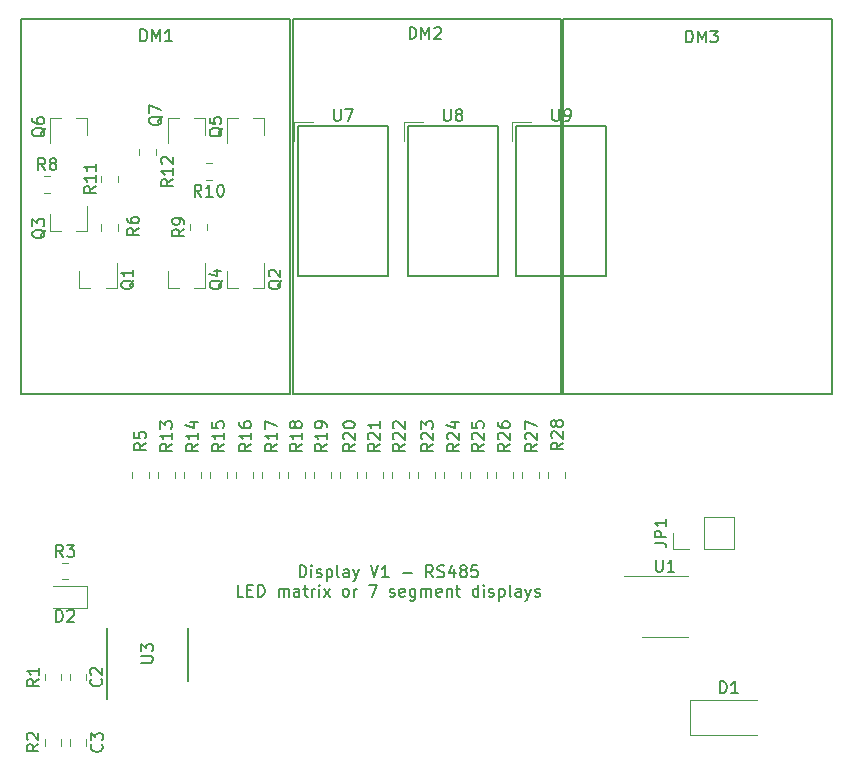
<source format=gbr>
G04 #@! TF.GenerationSoftware,KiCad,Pcbnew,(5.1.4)-1*
G04 #@! TF.CreationDate,2020-06-16T20:45:49+02:00*
G04 #@! TF.ProjectId,8x5matrixDisplay,3878356d-6174-4726-9978-446973706c61,rev?*
G04 #@! TF.SameCoordinates,Original*
G04 #@! TF.FileFunction,Legend,Top*
G04 #@! TF.FilePolarity,Positive*
%FSLAX46Y46*%
G04 Gerber Fmt 4.6, Leading zero omitted, Abs format (unit mm)*
G04 Created by KiCad (PCBNEW (5.1.4)-1) date 2020-06-16 20:45:49*
%MOMM*%
%LPD*%
G04 APERTURE LIST*
%ADD10C,0.150000*%
%ADD11C,0.120000*%
G04 APERTURE END LIST*
D10*
X150176190Y-100527380D02*
X150176190Y-99527380D01*
X150414285Y-99527380D01*
X150557142Y-99575000D01*
X150652380Y-99670238D01*
X150700000Y-99765476D01*
X150747619Y-99955952D01*
X150747619Y-100098809D01*
X150700000Y-100289285D01*
X150652380Y-100384523D01*
X150557142Y-100479761D01*
X150414285Y-100527380D01*
X150176190Y-100527380D01*
X151176190Y-100527380D02*
X151176190Y-99860714D01*
X151176190Y-99527380D02*
X151128571Y-99575000D01*
X151176190Y-99622619D01*
X151223809Y-99575000D01*
X151176190Y-99527380D01*
X151176190Y-99622619D01*
X151604761Y-100479761D02*
X151700000Y-100527380D01*
X151890476Y-100527380D01*
X151985714Y-100479761D01*
X152033333Y-100384523D01*
X152033333Y-100336904D01*
X151985714Y-100241666D01*
X151890476Y-100194047D01*
X151747619Y-100194047D01*
X151652380Y-100146428D01*
X151604761Y-100051190D01*
X151604761Y-100003571D01*
X151652380Y-99908333D01*
X151747619Y-99860714D01*
X151890476Y-99860714D01*
X151985714Y-99908333D01*
X152461904Y-99860714D02*
X152461904Y-100860714D01*
X152461904Y-99908333D02*
X152557142Y-99860714D01*
X152747619Y-99860714D01*
X152842857Y-99908333D01*
X152890476Y-99955952D01*
X152938095Y-100051190D01*
X152938095Y-100336904D01*
X152890476Y-100432142D01*
X152842857Y-100479761D01*
X152747619Y-100527380D01*
X152557142Y-100527380D01*
X152461904Y-100479761D01*
X153509523Y-100527380D02*
X153414285Y-100479761D01*
X153366666Y-100384523D01*
X153366666Y-99527380D01*
X154319047Y-100527380D02*
X154319047Y-100003571D01*
X154271428Y-99908333D01*
X154176190Y-99860714D01*
X153985714Y-99860714D01*
X153890476Y-99908333D01*
X154319047Y-100479761D02*
X154223809Y-100527380D01*
X153985714Y-100527380D01*
X153890476Y-100479761D01*
X153842857Y-100384523D01*
X153842857Y-100289285D01*
X153890476Y-100194047D01*
X153985714Y-100146428D01*
X154223809Y-100146428D01*
X154319047Y-100098809D01*
X154700000Y-99860714D02*
X154938095Y-100527380D01*
X155176190Y-99860714D02*
X154938095Y-100527380D01*
X154842857Y-100765476D01*
X154795238Y-100813095D01*
X154700000Y-100860714D01*
X156176190Y-99527380D02*
X156509523Y-100527380D01*
X156842857Y-99527380D01*
X157700000Y-100527380D02*
X157128571Y-100527380D01*
X157414285Y-100527380D02*
X157414285Y-99527380D01*
X157319047Y-99670238D01*
X157223809Y-99765476D01*
X157128571Y-99813095D01*
X158890476Y-100146428D02*
X159652380Y-100146428D01*
X161461904Y-100527380D02*
X161128571Y-100051190D01*
X160890476Y-100527380D02*
X160890476Y-99527380D01*
X161271428Y-99527380D01*
X161366666Y-99575000D01*
X161414285Y-99622619D01*
X161461904Y-99717857D01*
X161461904Y-99860714D01*
X161414285Y-99955952D01*
X161366666Y-100003571D01*
X161271428Y-100051190D01*
X160890476Y-100051190D01*
X161842857Y-100479761D02*
X161985714Y-100527380D01*
X162223809Y-100527380D01*
X162319047Y-100479761D01*
X162366666Y-100432142D01*
X162414285Y-100336904D01*
X162414285Y-100241666D01*
X162366666Y-100146428D01*
X162319047Y-100098809D01*
X162223809Y-100051190D01*
X162033333Y-100003571D01*
X161938095Y-99955952D01*
X161890476Y-99908333D01*
X161842857Y-99813095D01*
X161842857Y-99717857D01*
X161890476Y-99622619D01*
X161938095Y-99575000D01*
X162033333Y-99527380D01*
X162271428Y-99527380D01*
X162414285Y-99575000D01*
X163271428Y-99860714D02*
X163271428Y-100527380D01*
X163033333Y-99479761D02*
X162795238Y-100194047D01*
X163414285Y-100194047D01*
X163938095Y-99955952D02*
X163842857Y-99908333D01*
X163795238Y-99860714D01*
X163747619Y-99765476D01*
X163747619Y-99717857D01*
X163795238Y-99622619D01*
X163842857Y-99575000D01*
X163938095Y-99527380D01*
X164128571Y-99527380D01*
X164223809Y-99575000D01*
X164271428Y-99622619D01*
X164319047Y-99717857D01*
X164319047Y-99765476D01*
X164271428Y-99860714D01*
X164223809Y-99908333D01*
X164128571Y-99955952D01*
X163938095Y-99955952D01*
X163842857Y-100003571D01*
X163795238Y-100051190D01*
X163747619Y-100146428D01*
X163747619Y-100336904D01*
X163795238Y-100432142D01*
X163842857Y-100479761D01*
X163938095Y-100527380D01*
X164128571Y-100527380D01*
X164223809Y-100479761D01*
X164271428Y-100432142D01*
X164319047Y-100336904D01*
X164319047Y-100146428D01*
X164271428Y-100051190D01*
X164223809Y-100003571D01*
X164128571Y-99955952D01*
X165223809Y-99527380D02*
X164747619Y-99527380D01*
X164699999Y-100003571D01*
X164747619Y-99955952D01*
X164842857Y-99908333D01*
X165080952Y-99908333D01*
X165176190Y-99955952D01*
X165223809Y-100003571D01*
X165271428Y-100098809D01*
X165271428Y-100336904D01*
X165223809Y-100432142D01*
X165176190Y-100479761D01*
X165080952Y-100527380D01*
X164842857Y-100527380D01*
X164747619Y-100479761D01*
X164699999Y-100432142D01*
X145390476Y-102177380D02*
X144914285Y-102177380D01*
X144914285Y-101177380D01*
X145723809Y-101653571D02*
X146057142Y-101653571D01*
X146200000Y-102177380D02*
X145723809Y-102177380D01*
X145723809Y-101177380D01*
X146200000Y-101177380D01*
X146628571Y-102177380D02*
X146628571Y-101177380D01*
X146866666Y-101177380D01*
X147009523Y-101225000D01*
X147104761Y-101320238D01*
X147152380Y-101415476D01*
X147200000Y-101605952D01*
X147200000Y-101748809D01*
X147152380Y-101939285D01*
X147104761Y-102034523D01*
X147009523Y-102129761D01*
X146866666Y-102177380D01*
X146628571Y-102177380D01*
X148390476Y-102177380D02*
X148390476Y-101510714D01*
X148390476Y-101605952D02*
X148438095Y-101558333D01*
X148533333Y-101510714D01*
X148676190Y-101510714D01*
X148771428Y-101558333D01*
X148819047Y-101653571D01*
X148819047Y-102177380D01*
X148819047Y-101653571D02*
X148866666Y-101558333D01*
X148961904Y-101510714D01*
X149104761Y-101510714D01*
X149200000Y-101558333D01*
X149247619Y-101653571D01*
X149247619Y-102177380D01*
X150152380Y-102177380D02*
X150152380Y-101653571D01*
X150104761Y-101558333D01*
X150009523Y-101510714D01*
X149819047Y-101510714D01*
X149723809Y-101558333D01*
X150152380Y-102129761D02*
X150057142Y-102177380D01*
X149819047Y-102177380D01*
X149723809Y-102129761D01*
X149676190Y-102034523D01*
X149676190Y-101939285D01*
X149723809Y-101844047D01*
X149819047Y-101796428D01*
X150057142Y-101796428D01*
X150152380Y-101748809D01*
X150485714Y-101510714D02*
X150866666Y-101510714D01*
X150628571Y-101177380D02*
X150628571Y-102034523D01*
X150676190Y-102129761D01*
X150771428Y-102177380D01*
X150866666Y-102177380D01*
X151200000Y-102177380D02*
X151200000Y-101510714D01*
X151200000Y-101701190D02*
X151247619Y-101605952D01*
X151295238Y-101558333D01*
X151390476Y-101510714D01*
X151485714Y-101510714D01*
X151819047Y-102177380D02*
X151819047Y-101510714D01*
X151819047Y-101177380D02*
X151771428Y-101225000D01*
X151819047Y-101272619D01*
X151866666Y-101225000D01*
X151819047Y-101177380D01*
X151819047Y-101272619D01*
X152200000Y-102177380D02*
X152723809Y-101510714D01*
X152200000Y-101510714D02*
X152723809Y-102177380D01*
X154009523Y-102177380D02*
X153914285Y-102129761D01*
X153866666Y-102082142D01*
X153819047Y-101986904D01*
X153819047Y-101701190D01*
X153866666Y-101605952D01*
X153914285Y-101558333D01*
X154009523Y-101510714D01*
X154152380Y-101510714D01*
X154247619Y-101558333D01*
X154295238Y-101605952D01*
X154342857Y-101701190D01*
X154342857Y-101986904D01*
X154295238Y-102082142D01*
X154247619Y-102129761D01*
X154152380Y-102177380D01*
X154009523Y-102177380D01*
X154771428Y-102177380D02*
X154771428Y-101510714D01*
X154771428Y-101701190D02*
X154819047Y-101605952D01*
X154866666Y-101558333D01*
X154961904Y-101510714D01*
X155057142Y-101510714D01*
X156057142Y-101177380D02*
X156723809Y-101177380D01*
X156295238Y-102177380D01*
X157819047Y-102129761D02*
X157914285Y-102177380D01*
X158104761Y-102177380D01*
X158200000Y-102129761D01*
X158247619Y-102034523D01*
X158247619Y-101986904D01*
X158200000Y-101891666D01*
X158104761Y-101844047D01*
X157961904Y-101844047D01*
X157866666Y-101796428D01*
X157819047Y-101701190D01*
X157819047Y-101653571D01*
X157866666Y-101558333D01*
X157961904Y-101510714D01*
X158104761Y-101510714D01*
X158200000Y-101558333D01*
X159057142Y-102129761D02*
X158961904Y-102177380D01*
X158771428Y-102177380D01*
X158676190Y-102129761D01*
X158628571Y-102034523D01*
X158628571Y-101653571D01*
X158676190Y-101558333D01*
X158771428Y-101510714D01*
X158961904Y-101510714D01*
X159057142Y-101558333D01*
X159104761Y-101653571D01*
X159104761Y-101748809D01*
X158628571Y-101844047D01*
X159961904Y-101510714D02*
X159961904Y-102320238D01*
X159914285Y-102415476D01*
X159866666Y-102463095D01*
X159771428Y-102510714D01*
X159628571Y-102510714D01*
X159533333Y-102463095D01*
X159961904Y-102129761D02*
X159866666Y-102177380D01*
X159676190Y-102177380D01*
X159580952Y-102129761D01*
X159533333Y-102082142D01*
X159485714Y-101986904D01*
X159485714Y-101701190D01*
X159533333Y-101605952D01*
X159580952Y-101558333D01*
X159676190Y-101510714D01*
X159866666Y-101510714D01*
X159961904Y-101558333D01*
X160438095Y-102177380D02*
X160438095Y-101510714D01*
X160438095Y-101605952D02*
X160485714Y-101558333D01*
X160580952Y-101510714D01*
X160723809Y-101510714D01*
X160819047Y-101558333D01*
X160866666Y-101653571D01*
X160866666Y-102177380D01*
X160866666Y-101653571D02*
X160914285Y-101558333D01*
X161009523Y-101510714D01*
X161152380Y-101510714D01*
X161247619Y-101558333D01*
X161295238Y-101653571D01*
X161295238Y-102177380D01*
X162152380Y-102129761D02*
X162057142Y-102177380D01*
X161866666Y-102177380D01*
X161771428Y-102129761D01*
X161723809Y-102034523D01*
X161723809Y-101653571D01*
X161771428Y-101558333D01*
X161866666Y-101510714D01*
X162057142Y-101510714D01*
X162152380Y-101558333D01*
X162200000Y-101653571D01*
X162200000Y-101748809D01*
X161723809Y-101844047D01*
X162628571Y-101510714D02*
X162628571Y-102177380D01*
X162628571Y-101605952D02*
X162676190Y-101558333D01*
X162771428Y-101510714D01*
X162914285Y-101510714D01*
X163009523Y-101558333D01*
X163057142Y-101653571D01*
X163057142Y-102177380D01*
X163390476Y-101510714D02*
X163771428Y-101510714D01*
X163533333Y-101177380D02*
X163533333Y-102034523D01*
X163580952Y-102129761D01*
X163676190Y-102177380D01*
X163771428Y-102177380D01*
X165295238Y-102177380D02*
X165295238Y-101177380D01*
X165295238Y-102129761D02*
X165200000Y-102177380D01*
X165009523Y-102177380D01*
X164914285Y-102129761D01*
X164866666Y-102082142D01*
X164819047Y-101986904D01*
X164819047Y-101701190D01*
X164866666Y-101605952D01*
X164914285Y-101558333D01*
X165009523Y-101510714D01*
X165200000Y-101510714D01*
X165295238Y-101558333D01*
X165771428Y-102177380D02*
X165771428Y-101510714D01*
X165771428Y-101177380D02*
X165723809Y-101225000D01*
X165771428Y-101272619D01*
X165819047Y-101225000D01*
X165771428Y-101177380D01*
X165771428Y-101272619D01*
X166200000Y-102129761D02*
X166295238Y-102177380D01*
X166485714Y-102177380D01*
X166580952Y-102129761D01*
X166628571Y-102034523D01*
X166628571Y-101986904D01*
X166580952Y-101891666D01*
X166485714Y-101844047D01*
X166342857Y-101844047D01*
X166247619Y-101796428D01*
X166200000Y-101701190D01*
X166200000Y-101653571D01*
X166247619Y-101558333D01*
X166342857Y-101510714D01*
X166485714Y-101510714D01*
X166580952Y-101558333D01*
X167057142Y-101510714D02*
X167057142Y-102510714D01*
X167057142Y-101558333D02*
X167152380Y-101510714D01*
X167342857Y-101510714D01*
X167438095Y-101558333D01*
X167485714Y-101605952D01*
X167533333Y-101701190D01*
X167533333Y-101986904D01*
X167485714Y-102082142D01*
X167438095Y-102129761D01*
X167342857Y-102177380D01*
X167152380Y-102177380D01*
X167057142Y-102129761D01*
X168104761Y-102177380D02*
X168009523Y-102129761D01*
X167961904Y-102034523D01*
X167961904Y-101177380D01*
X168914285Y-102177380D02*
X168914285Y-101653571D01*
X168866666Y-101558333D01*
X168771428Y-101510714D01*
X168580952Y-101510714D01*
X168485714Y-101558333D01*
X168914285Y-102129761D02*
X168819047Y-102177380D01*
X168580952Y-102177380D01*
X168485714Y-102129761D01*
X168438095Y-102034523D01*
X168438095Y-101939285D01*
X168485714Y-101844047D01*
X168580952Y-101796428D01*
X168819047Y-101796428D01*
X168914285Y-101748809D01*
X169295238Y-101510714D02*
X169533333Y-102177380D01*
X169771428Y-101510714D02*
X169533333Y-102177380D01*
X169438095Y-102415476D01*
X169390476Y-102463095D01*
X169295238Y-102510714D01*
X170104761Y-102129761D02*
X170200000Y-102177380D01*
X170390476Y-102177380D01*
X170485714Y-102129761D01*
X170533333Y-102034523D01*
X170533333Y-101986904D01*
X170485714Y-101891666D01*
X170390476Y-101844047D01*
X170247619Y-101844047D01*
X170152380Y-101796428D01*
X170104761Y-101701190D01*
X170104761Y-101653571D01*
X170152380Y-101558333D01*
X170247619Y-101510714D01*
X170390476Y-101510714D01*
X170485714Y-101558333D01*
D11*
X132110000Y-109261252D02*
X132110000Y-108738748D01*
X130690000Y-109261252D02*
X130690000Y-108738748D01*
X132110000Y-114263748D02*
X132110000Y-114786252D01*
X130690000Y-114263748D02*
X130690000Y-114786252D01*
X129300000Y-103160000D02*
X132160000Y-103160000D01*
X132160000Y-103160000D02*
X132160000Y-101240000D01*
X132160000Y-101240000D02*
X129300000Y-101240000D01*
D10*
X138100000Y-53250000D02*
X149100000Y-53250000D01*
X138100000Y-53250000D02*
X127100000Y-53250000D01*
X127100000Y-53250000D02*
X126600000Y-53250000D01*
X149100000Y-53250000D02*
X149350000Y-53250000D01*
X126600000Y-53250000D02*
X126600000Y-85000000D01*
X126600000Y-85000000D02*
X126600000Y-85050000D01*
X126600000Y-85050000D02*
X148700000Y-85050000D01*
X149350000Y-53250000D02*
X149350000Y-85050000D01*
X149350000Y-85050000D02*
X148700000Y-85050000D01*
X172325001Y-85050000D02*
X171675001Y-85050000D01*
X172325001Y-53250000D02*
X172325001Y-85050000D01*
X149575001Y-85050000D02*
X171675001Y-85050000D01*
X149575001Y-85000000D02*
X149575001Y-85050000D01*
X149575001Y-53250000D02*
X149575001Y-85000000D01*
X172075001Y-53250000D02*
X172325001Y-53250000D01*
X150075001Y-53250000D02*
X149575001Y-53250000D01*
X161075001Y-53250000D02*
X150075001Y-53250000D01*
X161075001Y-53250000D02*
X172075001Y-53250000D01*
X184000000Y-53250000D02*
X195000000Y-53250000D01*
X184000000Y-53250000D02*
X173000000Y-53250000D01*
X173000000Y-53250000D02*
X172500000Y-53250000D01*
X195000000Y-53250000D02*
X195250000Y-53250000D01*
X172500000Y-53250000D02*
X172500000Y-85000000D01*
X172500000Y-85000000D02*
X172500000Y-85050000D01*
X172500000Y-85050000D02*
X194600000Y-85050000D01*
X195250000Y-53250000D02*
X195250000Y-85050000D01*
X195250000Y-85050000D02*
X194600000Y-85050000D01*
D11*
X186970000Y-98130000D02*
X186970000Y-95470000D01*
X184370000Y-98130000D02*
X186970000Y-98130000D01*
X184370000Y-95470000D02*
X186970000Y-95470000D01*
X184370000Y-98130000D02*
X184370000Y-95470000D01*
X183100000Y-98130000D02*
X181770000Y-98130000D01*
X181770000Y-98130000D02*
X181770000Y-96800000D01*
X131520000Y-76060000D02*
X131520000Y-74600000D01*
X134680000Y-76060000D02*
X134680000Y-73900000D01*
X134680000Y-76060000D02*
X133750000Y-76060000D01*
X131520000Y-76060000D02*
X132450000Y-76060000D01*
X144020000Y-76060000D02*
X144950000Y-76060000D01*
X147180000Y-76060000D02*
X146250000Y-76060000D01*
X147180000Y-76060000D02*
X147180000Y-73900000D01*
X144020000Y-76060000D02*
X144020000Y-74600000D01*
X129020000Y-71260000D02*
X129020000Y-69800000D01*
X132180000Y-71260000D02*
X132180000Y-69100000D01*
X132180000Y-71260000D02*
X131250000Y-71260000D01*
X129020000Y-71260000D02*
X129950000Y-71260000D01*
X139020000Y-76060000D02*
X139950000Y-76060000D01*
X142180000Y-76060000D02*
X141250000Y-76060000D01*
X142180000Y-76060000D02*
X142180000Y-73900000D01*
X139020000Y-76060000D02*
X139020000Y-74600000D01*
X147180000Y-61640000D02*
X146250000Y-61640000D01*
X144020000Y-61640000D02*
X144950000Y-61640000D01*
X144020000Y-61640000D02*
X144020000Y-63800000D01*
X147180000Y-61640000D02*
X147180000Y-63100000D01*
X132180000Y-61640000D02*
X132180000Y-63100000D01*
X129020000Y-61640000D02*
X129020000Y-63800000D01*
X129020000Y-61640000D02*
X129950000Y-61640000D01*
X132180000Y-61640000D02*
X131250000Y-61640000D01*
X142180000Y-61640000D02*
X141250000Y-61640000D01*
X139020000Y-61640000D02*
X139950000Y-61640000D01*
X139020000Y-61640000D02*
X139020000Y-63800000D01*
X142180000Y-61640000D02*
X142180000Y-63100000D01*
X128590000Y-109261252D02*
X128590000Y-108738748D01*
X130010000Y-109261252D02*
X130010000Y-108738748D01*
X128590000Y-114263748D02*
X128590000Y-114786252D01*
X130010000Y-114263748D02*
X130010000Y-114786252D01*
X130038748Y-100710000D02*
X130561252Y-100710000D01*
X130038748Y-99290000D02*
X130561252Y-99290000D01*
X137410000Y-91638748D02*
X137410000Y-92161252D01*
X135990000Y-91638748D02*
X135990000Y-92161252D01*
X134810000Y-71186252D02*
X134810000Y-70663748D01*
X133390000Y-71186252D02*
X133390000Y-70663748D01*
X129061252Y-66590000D02*
X128538748Y-66590000D01*
X129061252Y-68010000D02*
X128538748Y-68010000D01*
X140890000Y-71161252D02*
X140890000Y-70638748D01*
X142310000Y-71161252D02*
X142310000Y-70638748D01*
X142761252Y-65490000D02*
X142238748Y-65490000D01*
X142761252Y-66910000D02*
X142238748Y-66910000D01*
X133390000Y-67061252D02*
X133390000Y-66538748D01*
X134810000Y-67061252D02*
X134810000Y-66538748D01*
X136590000Y-64238748D02*
X136590000Y-64761252D01*
X138010000Y-64238748D02*
X138010000Y-64761252D01*
X138190000Y-91638748D02*
X138190000Y-92161252D01*
X139610000Y-91638748D02*
X139610000Y-92161252D01*
X141810000Y-91638748D02*
X141810000Y-92161252D01*
X140390000Y-91638748D02*
X140390000Y-92161252D01*
X144010000Y-91638748D02*
X144010000Y-92161252D01*
X142590000Y-91638748D02*
X142590000Y-92161252D01*
X144790000Y-91638748D02*
X144790000Y-92161252D01*
X146210000Y-91638748D02*
X146210000Y-92161252D01*
X148410000Y-91638748D02*
X148410000Y-92161252D01*
X146990000Y-91638748D02*
X146990000Y-92161252D01*
X149190000Y-91638748D02*
X149190000Y-92161252D01*
X150610000Y-91638748D02*
X150610000Y-92161252D01*
X152810000Y-91638748D02*
X152810000Y-92161252D01*
X151390000Y-91638748D02*
X151390000Y-92161252D01*
X153590000Y-91638748D02*
X153590000Y-92161252D01*
X155010000Y-91638748D02*
X155010000Y-92161252D01*
X157210000Y-91638748D02*
X157210000Y-92161252D01*
X155790000Y-91638748D02*
X155790000Y-92161252D01*
X157990000Y-91638748D02*
X157990000Y-92161252D01*
X159410000Y-91638748D02*
X159410000Y-92161252D01*
X161610000Y-91638748D02*
X161610000Y-92161252D01*
X160190000Y-91638748D02*
X160190000Y-92161252D01*
X162390000Y-91638748D02*
X162390000Y-92161252D01*
X163810000Y-91638748D02*
X163810000Y-92161252D01*
X166010000Y-91638748D02*
X166010000Y-92161252D01*
X164590000Y-91638748D02*
X164590000Y-92161252D01*
X166790000Y-91638748D02*
X166790000Y-92161252D01*
X168210000Y-91638748D02*
X168210000Y-92161252D01*
X170410000Y-91638748D02*
X170410000Y-92161252D01*
X168990000Y-91638748D02*
X168990000Y-92161252D01*
X171190000Y-91638748D02*
X171190000Y-92161252D01*
X172610000Y-91638748D02*
X172610000Y-92161252D01*
X181100000Y-105560000D02*
X183050000Y-105560000D01*
X181100000Y-105560000D02*
X179150000Y-105560000D01*
X181100000Y-100440000D02*
X183050000Y-100440000D01*
X181100000Y-100440000D02*
X177650000Y-100440000D01*
D10*
X140750000Y-109325000D02*
X140750000Y-104875000D01*
X133850000Y-110850000D02*
X133850000Y-104875000D01*
X157650000Y-75030000D02*
X157650000Y-62330000D01*
X150030000Y-75030000D02*
X157650000Y-75030000D01*
X150030000Y-62330000D02*
X150030000Y-75030000D01*
X157650000Y-62330000D02*
X150030000Y-62330000D01*
D11*
X149670000Y-63600000D02*
X149670000Y-61970000D01*
X149670000Y-61970000D02*
X151300000Y-61970000D01*
D10*
X166950000Y-75030000D02*
X166950000Y-62330000D01*
X159330000Y-75030000D02*
X166950000Y-75030000D01*
X159330000Y-62330000D02*
X159330000Y-75030000D01*
X166950000Y-62330000D02*
X159330000Y-62330000D01*
D11*
X158970000Y-63600000D02*
X158970000Y-61970000D01*
X158970000Y-61970000D02*
X160600000Y-61970000D01*
X168170000Y-61970000D02*
X169800000Y-61970000D01*
X168170000Y-63600000D02*
X168170000Y-61970000D01*
D10*
X176150000Y-62330000D02*
X168530000Y-62330000D01*
X168530000Y-62330000D02*
X168530000Y-75030000D01*
X168530000Y-75030000D02*
X176150000Y-75030000D01*
X176150000Y-75030000D02*
X176150000Y-62330000D01*
D11*
X188900000Y-110900000D02*
X183200000Y-110900000D01*
X183200000Y-110900000D02*
X183200000Y-113900000D01*
X183200000Y-113900000D02*
X188900000Y-113900000D01*
D10*
X133357142Y-109166666D02*
X133404761Y-109214285D01*
X133452380Y-109357142D01*
X133452380Y-109452380D01*
X133404761Y-109595238D01*
X133309523Y-109690476D01*
X133214285Y-109738095D01*
X133023809Y-109785714D01*
X132880952Y-109785714D01*
X132690476Y-109738095D01*
X132595238Y-109690476D01*
X132500000Y-109595238D01*
X132452380Y-109452380D01*
X132452380Y-109357142D01*
X132500000Y-109214285D01*
X132547619Y-109166666D01*
X132547619Y-108785714D02*
X132500000Y-108738095D01*
X132452380Y-108642857D01*
X132452380Y-108404761D01*
X132500000Y-108309523D01*
X132547619Y-108261904D01*
X132642857Y-108214285D01*
X132738095Y-108214285D01*
X132880952Y-108261904D01*
X133452380Y-108833333D01*
X133452380Y-108214285D01*
X133407142Y-114691666D02*
X133454761Y-114739285D01*
X133502380Y-114882142D01*
X133502380Y-114977380D01*
X133454761Y-115120238D01*
X133359523Y-115215476D01*
X133264285Y-115263095D01*
X133073809Y-115310714D01*
X132930952Y-115310714D01*
X132740476Y-115263095D01*
X132645238Y-115215476D01*
X132550000Y-115120238D01*
X132502380Y-114977380D01*
X132502380Y-114882142D01*
X132550000Y-114739285D01*
X132597619Y-114691666D01*
X132502380Y-114358333D02*
X132502380Y-113739285D01*
X132883333Y-114072619D01*
X132883333Y-113929761D01*
X132930952Y-113834523D01*
X132978571Y-113786904D01*
X133073809Y-113739285D01*
X133311904Y-113739285D01*
X133407142Y-113786904D01*
X133454761Y-113834523D01*
X133502380Y-113929761D01*
X133502380Y-114215476D01*
X133454761Y-114310714D01*
X133407142Y-114358333D01*
X129561904Y-104302380D02*
X129561904Y-103302380D01*
X129800000Y-103302380D01*
X129942857Y-103350000D01*
X130038095Y-103445238D01*
X130085714Y-103540476D01*
X130133333Y-103730952D01*
X130133333Y-103873809D01*
X130085714Y-104064285D01*
X130038095Y-104159523D01*
X129942857Y-104254761D01*
X129800000Y-104302380D01*
X129561904Y-104302380D01*
X130514285Y-103397619D02*
X130561904Y-103350000D01*
X130657142Y-103302380D01*
X130895238Y-103302380D01*
X130990476Y-103350000D01*
X131038095Y-103397619D01*
X131085714Y-103492857D01*
X131085714Y-103588095D01*
X131038095Y-103730952D01*
X130466666Y-104302380D01*
X131085714Y-104302380D01*
X136690476Y-55152380D02*
X136690476Y-54152380D01*
X136928571Y-54152380D01*
X137071428Y-54200000D01*
X137166666Y-54295238D01*
X137214285Y-54390476D01*
X137261904Y-54580952D01*
X137261904Y-54723809D01*
X137214285Y-54914285D01*
X137166666Y-55009523D01*
X137071428Y-55104761D01*
X136928571Y-55152380D01*
X136690476Y-55152380D01*
X137690476Y-55152380D02*
X137690476Y-54152380D01*
X138023809Y-54866666D01*
X138357142Y-54152380D01*
X138357142Y-55152380D01*
X139357142Y-55152380D02*
X138785714Y-55152380D01*
X139071428Y-55152380D02*
X139071428Y-54152380D01*
X138976190Y-54295238D01*
X138880952Y-54390476D01*
X138785714Y-54438095D01*
X159490476Y-54952380D02*
X159490476Y-53952380D01*
X159728571Y-53952380D01*
X159871428Y-54000000D01*
X159966666Y-54095238D01*
X160014285Y-54190476D01*
X160061904Y-54380952D01*
X160061904Y-54523809D01*
X160014285Y-54714285D01*
X159966666Y-54809523D01*
X159871428Y-54904761D01*
X159728571Y-54952380D01*
X159490476Y-54952380D01*
X160490476Y-54952380D02*
X160490476Y-53952380D01*
X160823809Y-54666666D01*
X161157142Y-53952380D01*
X161157142Y-54952380D01*
X161585714Y-54047619D02*
X161633333Y-54000000D01*
X161728571Y-53952380D01*
X161966666Y-53952380D01*
X162061904Y-54000000D01*
X162109523Y-54047619D01*
X162157142Y-54142857D01*
X162157142Y-54238095D01*
X162109523Y-54380952D01*
X161538095Y-54952380D01*
X162157142Y-54952380D01*
X182890476Y-55252380D02*
X182890476Y-54252380D01*
X183128571Y-54252380D01*
X183271428Y-54300000D01*
X183366666Y-54395238D01*
X183414285Y-54490476D01*
X183461904Y-54680952D01*
X183461904Y-54823809D01*
X183414285Y-55014285D01*
X183366666Y-55109523D01*
X183271428Y-55204761D01*
X183128571Y-55252380D01*
X182890476Y-55252380D01*
X183890476Y-55252380D02*
X183890476Y-54252380D01*
X184223809Y-54966666D01*
X184557142Y-54252380D01*
X184557142Y-55252380D01*
X184938095Y-54252380D02*
X185557142Y-54252380D01*
X185223809Y-54633333D01*
X185366666Y-54633333D01*
X185461904Y-54680952D01*
X185509523Y-54728571D01*
X185557142Y-54823809D01*
X185557142Y-55061904D01*
X185509523Y-55157142D01*
X185461904Y-55204761D01*
X185366666Y-55252380D01*
X185080952Y-55252380D01*
X184985714Y-55204761D01*
X184938095Y-55157142D01*
X180222380Y-97633333D02*
X180936666Y-97633333D01*
X181079523Y-97680952D01*
X181174761Y-97776190D01*
X181222380Y-97919047D01*
X181222380Y-98014285D01*
X181222380Y-97157142D02*
X180222380Y-97157142D01*
X180222380Y-96776190D01*
X180270000Y-96680952D01*
X180317619Y-96633333D01*
X180412857Y-96585714D01*
X180555714Y-96585714D01*
X180650952Y-96633333D01*
X180698571Y-96680952D01*
X180746190Y-96776190D01*
X180746190Y-97157142D01*
X181222380Y-95633333D02*
X181222380Y-96204761D01*
X181222380Y-95919047D02*
X180222380Y-95919047D01*
X180365238Y-96014285D01*
X180460476Y-96109523D01*
X180508095Y-96204761D01*
X136147619Y-75395238D02*
X136100000Y-75490476D01*
X136004761Y-75585714D01*
X135861904Y-75728571D01*
X135814285Y-75823809D01*
X135814285Y-75919047D01*
X136052380Y-75871428D02*
X136004761Y-75966666D01*
X135909523Y-76061904D01*
X135719047Y-76109523D01*
X135385714Y-76109523D01*
X135195238Y-76061904D01*
X135100000Y-75966666D01*
X135052380Y-75871428D01*
X135052380Y-75680952D01*
X135100000Y-75585714D01*
X135195238Y-75490476D01*
X135385714Y-75442857D01*
X135719047Y-75442857D01*
X135909523Y-75490476D01*
X136004761Y-75585714D01*
X136052380Y-75680952D01*
X136052380Y-75871428D01*
X136052380Y-74490476D02*
X136052380Y-75061904D01*
X136052380Y-74776190D02*
X135052380Y-74776190D01*
X135195238Y-74871428D01*
X135290476Y-74966666D01*
X135338095Y-75061904D01*
X148647619Y-75395238D02*
X148600000Y-75490476D01*
X148504761Y-75585714D01*
X148361904Y-75728571D01*
X148314285Y-75823809D01*
X148314285Y-75919047D01*
X148552380Y-75871428D02*
X148504761Y-75966666D01*
X148409523Y-76061904D01*
X148219047Y-76109523D01*
X147885714Y-76109523D01*
X147695238Y-76061904D01*
X147600000Y-75966666D01*
X147552380Y-75871428D01*
X147552380Y-75680952D01*
X147600000Y-75585714D01*
X147695238Y-75490476D01*
X147885714Y-75442857D01*
X148219047Y-75442857D01*
X148409523Y-75490476D01*
X148504761Y-75585714D01*
X148552380Y-75680952D01*
X148552380Y-75871428D01*
X147647619Y-75061904D02*
X147600000Y-75014285D01*
X147552380Y-74919047D01*
X147552380Y-74680952D01*
X147600000Y-74585714D01*
X147647619Y-74538095D01*
X147742857Y-74490476D01*
X147838095Y-74490476D01*
X147980952Y-74538095D01*
X148552380Y-75109523D01*
X148552380Y-74490476D01*
X128647619Y-71095238D02*
X128600000Y-71190476D01*
X128504761Y-71285714D01*
X128361904Y-71428571D01*
X128314285Y-71523809D01*
X128314285Y-71619047D01*
X128552380Y-71571428D02*
X128504761Y-71666666D01*
X128409523Y-71761904D01*
X128219047Y-71809523D01*
X127885714Y-71809523D01*
X127695238Y-71761904D01*
X127600000Y-71666666D01*
X127552380Y-71571428D01*
X127552380Y-71380952D01*
X127600000Y-71285714D01*
X127695238Y-71190476D01*
X127885714Y-71142857D01*
X128219047Y-71142857D01*
X128409523Y-71190476D01*
X128504761Y-71285714D01*
X128552380Y-71380952D01*
X128552380Y-71571428D01*
X127552380Y-70809523D02*
X127552380Y-70190476D01*
X127933333Y-70523809D01*
X127933333Y-70380952D01*
X127980952Y-70285714D01*
X128028571Y-70238095D01*
X128123809Y-70190476D01*
X128361904Y-70190476D01*
X128457142Y-70238095D01*
X128504761Y-70285714D01*
X128552380Y-70380952D01*
X128552380Y-70666666D01*
X128504761Y-70761904D01*
X128457142Y-70809523D01*
X143647619Y-75395238D02*
X143600000Y-75490476D01*
X143504761Y-75585714D01*
X143361904Y-75728571D01*
X143314285Y-75823809D01*
X143314285Y-75919047D01*
X143552380Y-75871428D02*
X143504761Y-75966666D01*
X143409523Y-76061904D01*
X143219047Y-76109523D01*
X142885714Y-76109523D01*
X142695238Y-76061904D01*
X142600000Y-75966666D01*
X142552380Y-75871428D01*
X142552380Y-75680952D01*
X142600000Y-75585714D01*
X142695238Y-75490476D01*
X142885714Y-75442857D01*
X143219047Y-75442857D01*
X143409523Y-75490476D01*
X143504761Y-75585714D01*
X143552380Y-75680952D01*
X143552380Y-75871428D01*
X142885714Y-74585714D02*
X143552380Y-74585714D01*
X142504761Y-74823809D02*
X143219047Y-75061904D01*
X143219047Y-74442857D01*
X143647619Y-62495238D02*
X143600000Y-62590476D01*
X143504761Y-62685714D01*
X143361904Y-62828571D01*
X143314285Y-62923809D01*
X143314285Y-63019047D01*
X143552380Y-62971428D02*
X143504761Y-63066666D01*
X143409523Y-63161904D01*
X143219047Y-63209523D01*
X142885714Y-63209523D01*
X142695238Y-63161904D01*
X142600000Y-63066666D01*
X142552380Y-62971428D01*
X142552380Y-62780952D01*
X142600000Y-62685714D01*
X142695238Y-62590476D01*
X142885714Y-62542857D01*
X143219047Y-62542857D01*
X143409523Y-62590476D01*
X143504761Y-62685714D01*
X143552380Y-62780952D01*
X143552380Y-62971428D01*
X142552380Y-61638095D02*
X142552380Y-62114285D01*
X143028571Y-62161904D01*
X142980952Y-62114285D01*
X142933333Y-62019047D01*
X142933333Y-61780952D01*
X142980952Y-61685714D01*
X143028571Y-61638095D01*
X143123809Y-61590476D01*
X143361904Y-61590476D01*
X143457142Y-61638095D01*
X143504761Y-61685714D01*
X143552380Y-61780952D01*
X143552380Y-62019047D01*
X143504761Y-62114285D01*
X143457142Y-62161904D01*
X128647619Y-62495238D02*
X128600000Y-62590476D01*
X128504761Y-62685714D01*
X128361904Y-62828571D01*
X128314285Y-62923809D01*
X128314285Y-63019047D01*
X128552380Y-62971428D02*
X128504761Y-63066666D01*
X128409523Y-63161904D01*
X128219047Y-63209523D01*
X127885714Y-63209523D01*
X127695238Y-63161904D01*
X127600000Y-63066666D01*
X127552380Y-62971428D01*
X127552380Y-62780952D01*
X127600000Y-62685714D01*
X127695238Y-62590476D01*
X127885714Y-62542857D01*
X128219047Y-62542857D01*
X128409523Y-62590476D01*
X128504761Y-62685714D01*
X128552380Y-62780952D01*
X128552380Y-62971428D01*
X127552380Y-61685714D02*
X127552380Y-61876190D01*
X127600000Y-61971428D01*
X127647619Y-62019047D01*
X127790476Y-62114285D01*
X127980952Y-62161904D01*
X128361904Y-62161904D01*
X128457142Y-62114285D01*
X128504761Y-62066666D01*
X128552380Y-61971428D01*
X128552380Y-61780952D01*
X128504761Y-61685714D01*
X128457142Y-61638095D01*
X128361904Y-61590476D01*
X128123809Y-61590476D01*
X128028571Y-61638095D01*
X127980952Y-61685714D01*
X127933333Y-61780952D01*
X127933333Y-61971428D01*
X127980952Y-62066666D01*
X128028571Y-62114285D01*
X128123809Y-62161904D01*
X138547619Y-61495238D02*
X138500000Y-61590476D01*
X138404761Y-61685714D01*
X138261904Y-61828571D01*
X138214285Y-61923809D01*
X138214285Y-62019047D01*
X138452380Y-61971428D02*
X138404761Y-62066666D01*
X138309523Y-62161904D01*
X138119047Y-62209523D01*
X137785714Y-62209523D01*
X137595238Y-62161904D01*
X137500000Y-62066666D01*
X137452380Y-61971428D01*
X137452380Y-61780952D01*
X137500000Y-61685714D01*
X137595238Y-61590476D01*
X137785714Y-61542857D01*
X138119047Y-61542857D01*
X138309523Y-61590476D01*
X138404761Y-61685714D01*
X138452380Y-61780952D01*
X138452380Y-61971428D01*
X137452380Y-61209523D02*
X137452380Y-60542857D01*
X138452380Y-60971428D01*
X128102380Y-109166666D02*
X127626190Y-109500000D01*
X128102380Y-109738095D02*
X127102380Y-109738095D01*
X127102380Y-109357142D01*
X127150000Y-109261904D01*
X127197619Y-109214285D01*
X127292857Y-109166666D01*
X127435714Y-109166666D01*
X127530952Y-109214285D01*
X127578571Y-109261904D01*
X127626190Y-109357142D01*
X127626190Y-109738095D01*
X128102380Y-108214285D02*
X128102380Y-108785714D01*
X128102380Y-108500000D02*
X127102380Y-108500000D01*
X127245238Y-108595238D01*
X127340476Y-108690476D01*
X127388095Y-108785714D01*
X128052380Y-114666666D02*
X127576190Y-115000000D01*
X128052380Y-115238095D02*
X127052380Y-115238095D01*
X127052380Y-114857142D01*
X127100000Y-114761904D01*
X127147619Y-114714285D01*
X127242857Y-114666666D01*
X127385714Y-114666666D01*
X127480952Y-114714285D01*
X127528571Y-114761904D01*
X127576190Y-114857142D01*
X127576190Y-115238095D01*
X127147619Y-114285714D02*
X127100000Y-114238095D01*
X127052380Y-114142857D01*
X127052380Y-113904761D01*
X127100000Y-113809523D01*
X127147619Y-113761904D01*
X127242857Y-113714285D01*
X127338095Y-113714285D01*
X127480952Y-113761904D01*
X128052380Y-114333333D01*
X128052380Y-113714285D01*
X130133333Y-98802380D02*
X129800000Y-98326190D01*
X129561904Y-98802380D02*
X129561904Y-97802380D01*
X129942857Y-97802380D01*
X130038095Y-97850000D01*
X130085714Y-97897619D01*
X130133333Y-97992857D01*
X130133333Y-98135714D01*
X130085714Y-98230952D01*
X130038095Y-98278571D01*
X129942857Y-98326190D01*
X129561904Y-98326190D01*
X130466666Y-97802380D02*
X131085714Y-97802380D01*
X130752380Y-98183333D01*
X130895238Y-98183333D01*
X130990476Y-98230952D01*
X131038095Y-98278571D01*
X131085714Y-98373809D01*
X131085714Y-98611904D01*
X131038095Y-98707142D01*
X130990476Y-98754761D01*
X130895238Y-98802380D01*
X130609523Y-98802380D01*
X130514285Y-98754761D01*
X130466666Y-98707142D01*
X137152380Y-89166666D02*
X136676190Y-89500000D01*
X137152380Y-89738095D02*
X136152380Y-89738095D01*
X136152380Y-89357142D01*
X136200000Y-89261904D01*
X136247619Y-89214285D01*
X136342857Y-89166666D01*
X136485714Y-89166666D01*
X136580952Y-89214285D01*
X136628571Y-89261904D01*
X136676190Y-89357142D01*
X136676190Y-89738095D01*
X136152380Y-88261904D02*
X136152380Y-88738095D01*
X136628571Y-88785714D01*
X136580952Y-88738095D01*
X136533333Y-88642857D01*
X136533333Y-88404761D01*
X136580952Y-88309523D01*
X136628571Y-88261904D01*
X136723809Y-88214285D01*
X136961904Y-88214285D01*
X137057142Y-88261904D01*
X137104761Y-88309523D01*
X137152380Y-88404761D01*
X137152380Y-88642857D01*
X137104761Y-88738095D01*
X137057142Y-88785714D01*
X136552380Y-70966666D02*
X136076190Y-71300000D01*
X136552380Y-71538095D02*
X135552380Y-71538095D01*
X135552380Y-71157142D01*
X135600000Y-71061904D01*
X135647619Y-71014285D01*
X135742857Y-70966666D01*
X135885714Y-70966666D01*
X135980952Y-71014285D01*
X136028571Y-71061904D01*
X136076190Y-71157142D01*
X136076190Y-71538095D01*
X135552380Y-70109523D02*
X135552380Y-70300000D01*
X135600000Y-70395238D01*
X135647619Y-70442857D01*
X135790476Y-70538095D01*
X135980952Y-70585714D01*
X136361904Y-70585714D01*
X136457142Y-70538095D01*
X136504761Y-70490476D01*
X136552380Y-70395238D01*
X136552380Y-70204761D01*
X136504761Y-70109523D01*
X136457142Y-70061904D01*
X136361904Y-70014285D01*
X136123809Y-70014285D01*
X136028571Y-70061904D01*
X135980952Y-70109523D01*
X135933333Y-70204761D01*
X135933333Y-70395238D01*
X135980952Y-70490476D01*
X136028571Y-70538095D01*
X136123809Y-70585714D01*
X128633333Y-66052380D02*
X128300000Y-65576190D01*
X128061904Y-66052380D02*
X128061904Y-65052380D01*
X128442857Y-65052380D01*
X128538095Y-65100000D01*
X128585714Y-65147619D01*
X128633333Y-65242857D01*
X128633333Y-65385714D01*
X128585714Y-65480952D01*
X128538095Y-65528571D01*
X128442857Y-65576190D01*
X128061904Y-65576190D01*
X129204761Y-65480952D02*
X129109523Y-65433333D01*
X129061904Y-65385714D01*
X129014285Y-65290476D01*
X129014285Y-65242857D01*
X129061904Y-65147619D01*
X129109523Y-65100000D01*
X129204761Y-65052380D01*
X129395238Y-65052380D01*
X129490476Y-65100000D01*
X129538095Y-65147619D01*
X129585714Y-65242857D01*
X129585714Y-65290476D01*
X129538095Y-65385714D01*
X129490476Y-65433333D01*
X129395238Y-65480952D01*
X129204761Y-65480952D01*
X129109523Y-65528571D01*
X129061904Y-65576190D01*
X129014285Y-65671428D01*
X129014285Y-65861904D01*
X129061904Y-65957142D01*
X129109523Y-66004761D01*
X129204761Y-66052380D01*
X129395238Y-66052380D01*
X129490476Y-66004761D01*
X129538095Y-65957142D01*
X129585714Y-65861904D01*
X129585714Y-65671428D01*
X129538095Y-65576190D01*
X129490476Y-65528571D01*
X129395238Y-65480952D01*
X140402380Y-71066666D02*
X139926190Y-71400000D01*
X140402380Y-71638095D02*
X139402380Y-71638095D01*
X139402380Y-71257142D01*
X139450000Y-71161904D01*
X139497619Y-71114285D01*
X139592857Y-71066666D01*
X139735714Y-71066666D01*
X139830952Y-71114285D01*
X139878571Y-71161904D01*
X139926190Y-71257142D01*
X139926190Y-71638095D01*
X140402380Y-70590476D02*
X140402380Y-70400000D01*
X140354761Y-70304761D01*
X140307142Y-70257142D01*
X140164285Y-70161904D01*
X139973809Y-70114285D01*
X139592857Y-70114285D01*
X139497619Y-70161904D01*
X139450000Y-70209523D01*
X139402380Y-70304761D01*
X139402380Y-70495238D01*
X139450000Y-70590476D01*
X139497619Y-70638095D01*
X139592857Y-70685714D01*
X139830952Y-70685714D01*
X139926190Y-70638095D01*
X139973809Y-70590476D01*
X140021428Y-70495238D01*
X140021428Y-70304761D01*
X139973809Y-70209523D01*
X139926190Y-70161904D01*
X139830952Y-70114285D01*
X141857142Y-68302380D02*
X141523809Y-67826190D01*
X141285714Y-68302380D02*
X141285714Y-67302380D01*
X141666666Y-67302380D01*
X141761904Y-67350000D01*
X141809523Y-67397619D01*
X141857142Y-67492857D01*
X141857142Y-67635714D01*
X141809523Y-67730952D01*
X141761904Y-67778571D01*
X141666666Y-67826190D01*
X141285714Y-67826190D01*
X142809523Y-68302380D02*
X142238095Y-68302380D01*
X142523809Y-68302380D02*
X142523809Y-67302380D01*
X142428571Y-67445238D01*
X142333333Y-67540476D01*
X142238095Y-67588095D01*
X143428571Y-67302380D02*
X143523809Y-67302380D01*
X143619047Y-67350000D01*
X143666666Y-67397619D01*
X143714285Y-67492857D01*
X143761904Y-67683333D01*
X143761904Y-67921428D01*
X143714285Y-68111904D01*
X143666666Y-68207142D01*
X143619047Y-68254761D01*
X143523809Y-68302380D01*
X143428571Y-68302380D01*
X143333333Y-68254761D01*
X143285714Y-68207142D01*
X143238095Y-68111904D01*
X143190476Y-67921428D01*
X143190476Y-67683333D01*
X143238095Y-67492857D01*
X143285714Y-67397619D01*
X143333333Y-67350000D01*
X143428571Y-67302380D01*
X132902380Y-67442857D02*
X132426190Y-67776190D01*
X132902380Y-68014285D02*
X131902380Y-68014285D01*
X131902380Y-67633333D01*
X131950000Y-67538095D01*
X131997619Y-67490476D01*
X132092857Y-67442857D01*
X132235714Y-67442857D01*
X132330952Y-67490476D01*
X132378571Y-67538095D01*
X132426190Y-67633333D01*
X132426190Y-68014285D01*
X132902380Y-66490476D02*
X132902380Y-67061904D01*
X132902380Y-66776190D02*
X131902380Y-66776190D01*
X132045238Y-66871428D01*
X132140476Y-66966666D01*
X132188095Y-67061904D01*
X132902380Y-65538095D02*
X132902380Y-66109523D01*
X132902380Y-65823809D02*
X131902380Y-65823809D01*
X132045238Y-65919047D01*
X132140476Y-66014285D01*
X132188095Y-66109523D01*
X139452380Y-66842857D02*
X138976190Y-67176190D01*
X139452380Y-67414285D02*
X138452380Y-67414285D01*
X138452380Y-67033333D01*
X138500000Y-66938095D01*
X138547619Y-66890476D01*
X138642857Y-66842857D01*
X138785714Y-66842857D01*
X138880952Y-66890476D01*
X138928571Y-66938095D01*
X138976190Y-67033333D01*
X138976190Y-67414285D01*
X139452380Y-65890476D02*
X139452380Y-66461904D01*
X139452380Y-66176190D02*
X138452380Y-66176190D01*
X138595238Y-66271428D01*
X138690476Y-66366666D01*
X138738095Y-66461904D01*
X138547619Y-65509523D02*
X138500000Y-65461904D01*
X138452380Y-65366666D01*
X138452380Y-65128571D01*
X138500000Y-65033333D01*
X138547619Y-64985714D01*
X138642857Y-64938095D01*
X138738095Y-64938095D01*
X138880952Y-64985714D01*
X139452380Y-65557142D01*
X139452380Y-64938095D01*
X139352380Y-89242857D02*
X138876190Y-89576190D01*
X139352380Y-89814285D02*
X138352380Y-89814285D01*
X138352380Y-89433333D01*
X138400000Y-89338095D01*
X138447619Y-89290476D01*
X138542857Y-89242857D01*
X138685714Y-89242857D01*
X138780952Y-89290476D01*
X138828571Y-89338095D01*
X138876190Y-89433333D01*
X138876190Y-89814285D01*
X139352380Y-88290476D02*
X139352380Y-88861904D01*
X139352380Y-88576190D02*
X138352380Y-88576190D01*
X138495238Y-88671428D01*
X138590476Y-88766666D01*
X138638095Y-88861904D01*
X138352380Y-87957142D02*
X138352380Y-87338095D01*
X138733333Y-87671428D01*
X138733333Y-87528571D01*
X138780952Y-87433333D01*
X138828571Y-87385714D01*
X138923809Y-87338095D01*
X139161904Y-87338095D01*
X139257142Y-87385714D01*
X139304761Y-87433333D01*
X139352380Y-87528571D01*
X139352380Y-87814285D01*
X139304761Y-87909523D01*
X139257142Y-87957142D01*
X141552380Y-89242857D02*
X141076190Y-89576190D01*
X141552380Y-89814285D02*
X140552380Y-89814285D01*
X140552380Y-89433333D01*
X140600000Y-89338095D01*
X140647619Y-89290476D01*
X140742857Y-89242857D01*
X140885714Y-89242857D01*
X140980952Y-89290476D01*
X141028571Y-89338095D01*
X141076190Y-89433333D01*
X141076190Y-89814285D01*
X141552380Y-88290476D02*
X141552380Y-88861904D01*
X141552380Y-88576190D02*
X140552380Y-88576190D01*
X140695238Y-88671428D01*
X140790476Y-88766666D01*
X140838095Y-88861904D01*
X140885714Y-87433333D02*
X141552380Y-87433333D01*
X140504761Y-87671428D02*
X141219047Y-87909523D01*
X141219047Y-87290476D01*
X143752380Y-89242857D02*
X143276190Y-89576190D01*
X143752380Y-89814285D02*
X142752380Y-89814285D01*
X142752380Y-89433333D01*
X142800000Y-89338095D01*
X142847619Y-89290476D01*
X142942857Y-89242857D01*
X143085714Y-89242857D01*
X143180952Y-89290476D01*
X143228571Y-89338095D01*
X143276190Y-89433333D01*
X143276190Y-89814285D01*
X143752380Y-88290476D02*
X143752380Y-88861904D01*
X143752380Y-88576190D02*
X142752380Y-88576190D01*
X142895238Y-88671428D01*
X142990476Y-88766666D01*
X143038095Y-88861904D01*
X142752380Y-87385714D02*
X142752380Y-87861904D01*
X143228571Y-87909523D01*
X143180952Y-87861904D01*
X143133333Y-87766666D01*
X143133333Y-87528571D01*
X143180952Y-87433333D01*
X143228571Y-87385714D01*
X143323809Y-87338095D01*
X143561904Y-87338095D01*
X143657142Y-87385714D01*
X143704761Y-87433333D01*
X143752380Y-87528571D01*
X143752380Y-87766666D01*
X143704761Y-87861904D01*
X143657142Y-87909523D01*
X146052380Y-89242857D02*
X145576190Y-89576190D01*
X146052380Y-89814285D02*
X145052380Y-89814285D01*
X145052380Y-89433333D01*
X145100000Y-89338095D01*
X145147619Y-89290476D01*
X145242857Y-89242857D01*
X145385714Y-89242857D01*
X145480952Y-89290476D01*
X145528571Y-89338095D01*
X145576190Y-89433333D01*
X145576190Y-89814285D01*
X146052380Y-88290476D02*
X146052380Y-88861904D01*
X146052380Y-88576190D02*
X145052380Y-88576190D01*
X145195238Y-88671428D01*
X145290476Y-88766666D01*
X145338095Y-88861904D01*
X145052380Y-87433333D02*
X145052380Y-87623809D01*
X145100000Y-87719047D01*
X145147619Y-87766666D01*
X145290476Y-87861904D01*
X145480952Y-87909523D01*
X145861904Y-87909523D01*
X145957142Y-87861904D01*
X146004761Y-87814285D01*
X146052380Y-87719047D01*
X146052380Y-87528571D01*
X146004761Y-87433333D01*
X145957142Y-87385714D01*
X145861904Y-87338095D01*
X145623809Y-87338095D01*
X145528571Y-87385714D01*
X145480952Y-87433333D01*
X145433333Y-87528571D01*
X145433333Y-87719047D01*
X145480952Y-87814285D01*
X145528571Y-87861904D01*
X145623809Y-87909523D01*
X148252380Y-89242857D02*
X147776190Y-89576190D01*
X148252380Y-89814285D02*
X147252380Y-89814285D01*
X147252380Y-89433333D01*
X147300000Y-89338095D01*
X147347619Y-89290476D01*
X147442857Y-89242857D01*
X147585714Y-89242857D01*
X147680952Y-89290476D01*
X147728571Y-89338095D01*
X147776190Y-89433333D01*
X147776190Y-89814285D01*
X148252380Y-88290476D02*
X148252380Y-88861904D01*
X148252380Y-88576190D02*
X147252380Y-88576190D01*
X147395238Y-88671428D01*
X147490476Y-88766666D01*
X147538095Y-88861904D01*
X147252380Y-87957142D02*
X147252380Y-87290476D01*
X148252380Y-87719047D01*
X150352380Y-89242857D02*
X149876190Y-89576190D01*
X150352380Y-89814285D02*
X149352380Y-89814285D01*
X149352380Y-89433333D01*
X149400000Y-89338095D01*
X149447619Y-89290476D01*
X149542857Y-89242857D01*
X149685714Y-89242857D01*
X149780952Y-89290476D01*
X149828571Y-89338095D01*
X149876190Y-89433333D01*
X149876190Y-89814285D01*
X150352380Y-88290476D02*
X150352380Y-88861904D01*
X150352380Y-88576190D02*
X149352380Y-88576190D01*
X149495238Y-88671428D01*
X149590476Y-88766666D01*
X149638095Y-88861904D01*
X149780952Y-87719047D02*
X149733333Y-87814285D01*
X149685714Y-87861904D01*
X149590476Y-87909523D01*
X149542857Y-87909523D01*
X149447619Y-87861904D01*
X149400000Y-87814285D01*
X149352380Y-87719047D01*
X149352380Y-87528571D01*
X149400000Y-87433333D01*
X149447619Y-87385714D01*
X149542857Y-87338095D01*
X149590476Y-87338095D01*
X149685714Y-87385714D01*
X149733333Y-87433333D01*
X149780952Y-87528571D01*
X149780952Y-87719047D01*
X149828571Y-87814285D01*
X149876190Y-87861904D01*
X149971428Y-87909523D01*
X150161904Y-87909523D01*
X150257142Y-87861904D01*
X150304761Y-87814285D01*
X150352380Y-87719047D01*
X150352380Y-87528571D01*
X150304761Y-87433333D01*
X150257142Y-87385714D01*
X150161904Y-87338095D01*
X149971428Y-87338095D01*
X149876190Y-87385714D01*
X149828571Y-87433333D01*
X149780952Y-87528571D01*
X152452380Y-89242857D02*
X151976190Y-89576190D01*
X152452380Y-89814285D02*
X151452380Y-89814285D01*
X151452380Y-89433333D01*
X151500000Y-89338095D01*
X151547619Y-89290476D01*
X151642857Y-89242857D01*
X151785714Y-89242857D01*
X151880952Y-89290476D01*
X151928571Y-89338095D01*
X151976190Y-89433333D01*
X151976190Y-89814285D01*
X152452380Y-88290476D02*
X152452380Y-88861904D01*
X152452380Y-88576190D02*
X151452380Y-88576190D01*
X151595238Y-88671428D01*
X151690476Y-88766666D01*
X151738095Y-88861904D01*
X152452380Y-87814285D02*
X152452380Y-87623809D01*
X152404761Y-87528571D01*
X152357142Y-87480952D01*
X152214285Y-87385714D01*
X152023809Y-87338095D01*
X151642857Y-87338095D01*
X151547619Y-87385714D01*
X151500000Y-87433333D01*
X151452380Y-87528571D01*
X151452380Y-87719047D01*
X151500000Y-87814285D01*
X151547619Y-87861904D01*
X151642857Y-87909523D01*
X151880952Y-87909523D01*
X151976190Y-87861904D01*
X152023809Y-87814285D01*
X152071428Y-87719047D01*
X152071428Y-87528571D01*
X152023809Y-87433333D01*
X151976190Y-87385714D01*
X151880952Y-87338095D01*
X154852380Y-89242857D02*
X154376190Y-89576190D01*
X154852380Y-89814285D02*
X153852380Y-89814285D01*
X153852380Y-89433333D01*
X153900000Y-89338095D01*
X153947619Y-89290476D01*
X154042857Y-89242857D01*
X154185714Y-89242857D01*
X154280952Y-89290476D01*
X154328571Y-89338095D01*
X154376190Y-89433333D01*
X154376190Y-89814285D01*
X153947619Y-88861904D02*
X153900000Y-88814285D01*
X153852380Y-88719047D01*
X153852380Y-88480952D01*
X153900000Y-88385714D01*
X153947619Y-88338095D01*
X154042857Y-88290476D01*
X154138095Y-88290476D01*
X154280952Y-88338095D01*
X154852380Y-88909523D01*
X154852380Y-88290476D01*
X153852380Y-87671428D02*
X153852380Y-87576190D01*
X153900000Y-87480952D01*
X153947619Y-87433333D01*
X154042857Y-87385714D01*
X154233333Y-87338095D01*
X154471428Y-87338095D01*
X154661904Y-87385714D01*
X154757142Y-87433333D01*
X154804761Y-87480952D01*
X154852380Y-87576190D01*
X154852380Y-87671428D01*
X154804761Y-87766666D01*
X154757142Y-87814285D01*
X154661904Y-87861904D01*
X154471428Y-87909523D01*
X154233333Y-87909523D01*
X154042857Y-87861904D01*
X153947619Y-87814285D01*
X153900000Y-87766666D01*
X153852380Y-87671428D01*
X156952380Y-89242857D02*
X156476190Y-89576190D01*
X156952380Y-89814285D02*
X155952380Y-89814285D01*
X155952380Y-89433333D01*
X156000000Y-89338095D01*
X156047619Y-89290476D01*
X156142857Y-89242857D01*
X156285714Y-89242857D01*
X156380952Y-89290476D01*
X156428571Y-89338095D01*
X156476190Y-89433333D01*
X156476190Y-89814285D01*
X156047619Y-88861904D02*
X156000000Y-88814285D01*
X155952380Y-88719047D01*
X155952380Y-88480952D01*
X156000000Y-88385714D01*
X156047619Y-88338095D01*
X156142857Y-88290476D01*
X156238095Y-88290476D01*
X156380952Y-88338095D01*
X156952380Y-88909523D01*
X156952380Y-88290476D01*
X156952380Y-87338095D02*
X156952380Y-87909523D01*
X156952380Y-87623809D02*
X155952380Y-87623809D01*
X156095238Y-87719047D01*
X156190476Y-87814285D01*
X156238095Y-87909523D01*
X159052380Y-89242857D02*
X158576190Y-89576190D01*
X159052380Y-89814285D02*
X158052380Y-89814285D01*
X158052380Y-89433333D01*
X158100000Y-89338095D01*
X158147619Y-89290476D01*
X158242857Y-89242857D01*
X158385714Y-89242857D01*
X158480952Y-89290476D01*
X158528571Y-89338095D01*
X158576190Y-89433333D01*
X158576190Y-89814285D01*
X158147619Y-88861904D02*
X158100000Y-88814285D01*
X158052380Y-88719047D01*
X158052380Y-88480952D01*
X158100000Y-88385714D01*
X158147619Y-88338095D01*
X158242857Y-88290476D01*
X158338095Y-88290476D01*
X158480952Y-88338095D01*
X159052380Y-88909523D01*
X159052380Y-88290476D01*
X158147619Y-87909523D02*
X158100000Y-87861904D01*
X158052380Y-87766666D01*
X158052380Y-87528571D01*
X158100000Y-87433333D01*
X158147619Y-87385714D01*
X158242857Y-87338095D01*
X158338095Y-87338095D01*
X158480952Y-87385714D01*
X159052380Y-87957142D01*
X159052380Y-87338095D01*
X161452380Y-89242857D02*
X160976190Y-89576190D01*
X161452380Y-89814285D02*
X160452380Y-89814285D01*
X160452380Y-89433333D01*
X160500000Y-89338095D01*
X160547619Y-89290476D01*
X160642857Y-89242857D01*
X160785714Y-89242857D01*
X160880952Y-89290476D01*
X160928571Y-89338095D01*
X160976190Y-89433333D01*
X160976190Y-89814285D01*
X160547619Y-88861904D02*
X160500000Y-88814285D01*
X160452380Y-88719047D01*
X160452380Y-88480952D01*
X160500000Y-88385714D01*
X160547619Y-88338095D01*
X160642857Y-88290476D01*
X160738095Y-88290476D01*
X160880952Y-88338095D01*
X161452380Y-88909523D01*
X161452380Y-88290476D01*
X160452380Y-87957142D02*
X160452380Y-87338095D01*
X160833333Y-87671428D01*
X160833333Y-87528571D01*
X160880952Y-87433333D01*
X160928571Y-87385714D01*
X161023809Y-87338095D01*
X161261904Y-87338095D01*
X161357142Y-87385714D01*
X161404761Y-87433333D01*
X161452380Y-87528571D01*
X161452380Y-87814285D01*
X161404761Y-87909523D01*
X161357142Y-87957142D01*
X163652380Y-89242857D02*
X163176190Y-89576190D01*
X163652380Y-89814285D02*
X162652380Y-89814285D01*
X162652380Y-89433333D01*
X162700000Y-89338095D01*
X162747619Y-89290476D01*
X162842857Y-89242857D01*
X162985714Y-89242857D01*
X163080952Y-89290476D01*
X163128571Y-89338095D01*
X163176190Y-89433333D01*
X163176190Y-89814285D01*
X162747619Y-88861904D02*
X162700000Y-88814285D01*
X162652380Y-88719047D01*
X162652380Y-88480952D01*
X162700000Y-88385714D01*
X162747619Y-88338095D01*
X162842857Y-88290476D01*
X162938095Y-88290476D01*
X163080952Y-88338095D01*
X163652380Y-88909523D01*
X163652380Y-88290476D01*
X162985714Y-87433333D02*
X163652380Y-87433333D01*
X162604761Y-87671428D02*
X163319047Y-87909523D01*
X163319047Y-87290476D01*
X165752380Y-89242857D02*
X165276190Y-89576190D01*
X165752380Y-89814285D02*
X164752380Y-89814285D01*
X164752380Y-89433333D01*
X164800000Y-89338095D01*
X164847619Y-89290476D01*
X164942857Y-89242857D01*
X165085714Y-89242857D01*
X165180952Y-89290476D01*
X165228571Y-89338095D01*
X165276190Y-89433333D01*
X165276190Y-89814285D01*
X164847619Y-88861904D02*
X164800000Y-88814285D01*
X164752380Y-88719047D01*
X164752380Y-88480952D01*
X164800000Y-88385714D01*
X164847619Y-88338095D01*
X164942857Y-88290476D01*
X165038095Y-88290476D01*
X165180952Y-88338095D01*
X165752380Y-88909523D01*
X165752380Y-88290476D01*
X164752380Y-87385714D02*
X164752380Y-87861904D01*
X165228571Y-87909523D01*
X165180952Y-87861904D01*
X165133333Y-87766666D01*
X165133333Y-87528571D01*
X165180952Y-87433333D01*
X165228571Y-87385714D01*
X165323809Y-87338095D01*
X165561904Y-87338095D01*
X165657142Y-87385714D01*
X165704761Y-87433333D01*
X165752380Y-87528571D01*
X165752380Y-87766666D01*
X165704761Y-87861904D01*
X165657142Y-87909523D01*
X167952380Y-89242857D02*
X167476190Y-89576190D01*
X167952380Y-89814285D02*
X166952380Y-89814285D01*
X166952380Y-89433333D01*
X167000000Y-89338095D01*
X167047619Y-89290476D01*
X167142857Y-89242857D01*
X167285714Y-89242857D01*
X167380952Y-89290476D01*
X167428571Y-89338095D01*
X167476190Y-89433333D01*
X167476190Y-89814285D01*
X167047619Y-88861904D02*
X167000000Y-88814285D01*
X166952380Y-88719047D01*
X166952380Y-88480952D01*
X167000000Y-88385714D01*
X167047619Y-88338095D01*
X167142857Y-88290476D01*
X167238095Y-88290476D01*
X167380952Y-88338095D01*
X167952380Y-88909523D01*
X167952380Y-88290476D01*
X166952380Y-87433333D02*
X166952380Y-87623809D01*
X167000000Y-87719047D01*
X167047619Y-87766666D01*
X167190476Y-87861904D01*
X167380952Y-87909523D01*
X167761904Y-87909523D01*
X167857142Y-87861904D01*
X167904761Y-87814285D01*
X167952380Y-87719047D01*
X167952380Y-87528571D01*
X167904761Y-87433333D01*
X167857142Y-87385714D01*
X167761904Y-87338095D01*
X167523809Y-87338095D01*
X167428571Y-87385714D01*
X167380952Y-87433333D01*
X167333333Y-87528571D01*
X167333333Y-87719047D01*
X167380952Y-87814285D01*
X167428571Y-87861904D01*
X167523809Y-87909523D01*
X170252380Y-89242857D02*
X169776190Y-89576190D01*
X170252380Y-89814285D02*
X169252380Y-89814285D01*
X169252380Y-89433333D01*
X169300000Y-89338095D01*
X169347619Y-89290476D01*
X169442857Y-89242857D01*
X169585714Y-89242857D01*
X169680952Y-89290476D01*
X169728571Y-89338095D01*
X169776190Y-89433333D01*
X169776190Y-89814285D01*
X169347619Y-88861904D02*
X169300000Y-88814285D01*
X169252380Y-88719047D01*
X169252380Y-88480952D01*
X169300000Y-88385714D01*
X169347619Y-88338095D01*
X169442857Y-88290476D01*
X169538095Y-88290476D01*
X169680952Y-88338095D01*
X170252380Y-88909523D01*
X170252380Y-88290476D01*
X169252380Y-87957142D02*
X169252380Y-87290476D01*
X170252380Y-87719047D01*
X172452380Y-89142857D02*
X171976190Y-89476190D01*
X172452380Y-89714285D02*
X171452380Y-89714285D01*
X171452380Y-89333333D01*
X171500000Y-89238095D01*
X171547619Y-89190476D01*
X171642857Y-89142857D01*
X171785714Y-89142857D01*
X171880952Y-89190476D01*
X171928571Y-89238095D01*
X171976190Y-89333333D01*
X171976190Y-89714285D01*
X171547619Y-88761904D02*
X171500000Y-88714285D01*
X171452380Y-88619047D01*
X171452380Y-88380952D01*
X171500000Y-88285714D01*
X171547619Y-88238095D01*
X171642857Y-88190476D01*
X171738095Y-88190476D01*
X171880952Y-88238095D01*
X172452380Y-88809523D01*
X172452380Y-88190476D01*
X171880952Y-87619047D02*
X171833333Y-87714285D01*
X171785714Y-87761904D01*
X171690476Y-87809523D01*
X171642857Y-87809523D01*
X171547619Y-87761904D01*
X171500000Y-87714285D01*
X171452380Y-87619047D01*
X171452380Y-87428571D01*
X171500000Y-87333333D01*
X171547619Y-87285714D01*
X171642857Y-87238095D01*
X171690476Y-87238095D01*
X171785714Y-87285714D01*
X171833333Y-87333333D01*
X171880952Y-87428571D01*
X171880952Y-87619047D01*
X171928571Y-87714285D01*
X171976190Y-87761904D01*
X172071428Y-87809523D01*
X172261904Y-87809523D01*
X172357142Y-87761904D01*
X172404761Y-87714285D01*
X172452380Y-87619047D01*
X172452380Y-87428571D01*
X172404761Y-87333333D01*
X172357142Y-87285714D01*
X172261904Y-87238095D01*
X172071428Y-87238095D01*
X171976190Y-87285714D01*
X171928571Y-87333333D01*
X171880952Y-87428571D01*
X180338095Y-99052380D02*
X180338095Y-99861904D01*
X180385714Y-99957142D01*
X180433333Y-100004761D01*
X180528571Y-100052380D01*
X180719047Y-100052380D01*
X180814285Y-100004761D01*
X180861904Y-99957142D01*
X180909523Y-99861904D01*
X180909523Y-99052380D01*
X181909523Y-100052380D02*
X181338095Y-100052380D01*
X181623809Y-100052380D02*
X181623809Y-99052380D01*
X181528571Y-99195238D01*
X181433333Y-99290476D01*
X181338095Y-99338095D01*
X136752380Y-107761904D02*
X137561904Y-107761904D01*
X137657142Y-107714285D01*
X137704761Y-107666666D01*
X137752380Y-107571428D01*
X137752380Y-107380952D01*
X137704761Y-107285714D01*
X137657142Y-107238095D01*
X137561904Y-107190476D01*
X136752380Y-107190476D01*
X136752380Y-106809523D02*
X136752380Y-106190476D01*
X137133333Y-106523809D01*
X137133333Y-106380952D01*
X137180952Y-106285714D01*
X137228571Y-106238095D01*
X137323809Y-106190476D01*
X137561904Y-106190476D01*
X137657142Y-106238095D01*
X137704761Y-106285714D01*
X137752380Y-106380952D01*
X137752380Y-106666666D01*
X137704761Y-106761904D01*
X137657142Y-106809523D01*
X153078095Y-60893380D02*
X153078095Y-61702904D01*
X153125714Y-61798142D01*
X153173333Y-61845761D01*
X153268571Y-61893380D01*
X153459047Y-61893380D01*
X153554285Y-61845761D01*
X153601904Y-61798142D01*
X153649523Y-61702904D01*
X153649523Y-60893380D01*
X154030476Y-60893380D02*
X154697142Y-60893380D01*
X154268571Y-61893380D01*
X162378095Y-60893380D02*
X162378095Y-61702904D01*
X162425714Y-61798142D01*
X162473333Y-61845761D01*
X162568571Y-61893380D01*
X162759047Y-61893380D01*
X162854285Y-61845761D01*
X162901904Y-61798142D01*
X162949523Y-61702904D01*
X162949523Y-60893380D01*
X163568571Y-61321952D02*
X163473333Y-61274333D01*
X163425714Y-61226714D01*
X163378095Y-61131476D01*
X163378095Y-61083857D01*
X163425714Y-60988619D01*
X163473333Y-60941000D01*
X163568571Y-60893380D01*
X163759047Y-60893380D01*
X163854285Y-60941000D01*
X163901904Y-60988619D01*
X163949523Y-61083857D01*
X163949523Y-61131476D01*
X163901904Y-61226714D01*
X163854285Y-61274333D01*
X163759047Y-61321952D01*
X163568571Y-61321952D01*
X163473333Y-61369571D01*
X163425714Y-61417190D01*
X163378095Y-61512428D01*
X163378095Y-61702904D01*
X163425714Y-61798142D01*
X163473333Y-61845761D01*
X163568571Y-61893380D01*
X163759047Y-61893380D01*
X163854285Y-61845761D01*
X163901904Y-61798142D01*
X163949523Y-61702904D01*
X163949523Y-61512428D01*
X163901904Y-61417190D01*
X163854285Y-61369571D01*
X163759047Y-61321952D01*
X171578095Y-60893380D02*
X171578095Y-61702904D01*
X171625714Y-61798142D01*
X171673333Y-61845761D01*
X171768571Y-61893380D01*
X171959047Y-61893380D01*
X172054285Y-61845761D01*
X172101904Y-61798142D01*
X172149523Y-61702904D01*
X172149523Y-60893380D01*
X172673333Y-61893380D02*
X172863809Y-61893380D01*
X172959047Y-61845761D01*
X173006666Y-61798142D01*
X173101904Y-61655285D01*
X173149523Y-61464809D01*
X173149523Y-61083857D01*
X173101904Y-60988619D01*
X173054285Y-60941000D01*
X172959047Y-60893380D01*
X172768571Y-60893380D01*
X172673333Y-60941000D01*
X172625714Y-60988619D01*
X172578095Y-61083857D01*
X172578095Y-61321952D01*
X172625714Y-61417190D01*
X172673333Y-61464809D01*
X172768571Y-61512428D01*
X172959047Y-61512428D01*
X173054285Y-61464809D01*
X173101904Y-61417190D01*
X173149523Y-61321952D01*
X185761904Y-110352380D02*
X185761904Y-109352380D01*
X186000000Y-109352380D01*
X186142857Y-109400000D01*
X186238095Y-109495238D01*
X186285714Y-109590476D01*
X186333333Y-109780952D01*
X186333333Y-109923809D01*
X186285714Y-110114285D01*
X186238095Y-110209523D01*
X186142857Y-110304761D01*
X186000000Y-110352380D01*
X185761904Y-110352380D01*
X187285714Y-110352380D02*
X186714285Y-110352380D01*
X187000000Y-110352380D02*
X187000000Y-109352380D01*
X186904761Y-109495238D01*
X186809523Y-109590476D01*
X186714285Y-109638095D01*
M02*

</source>
